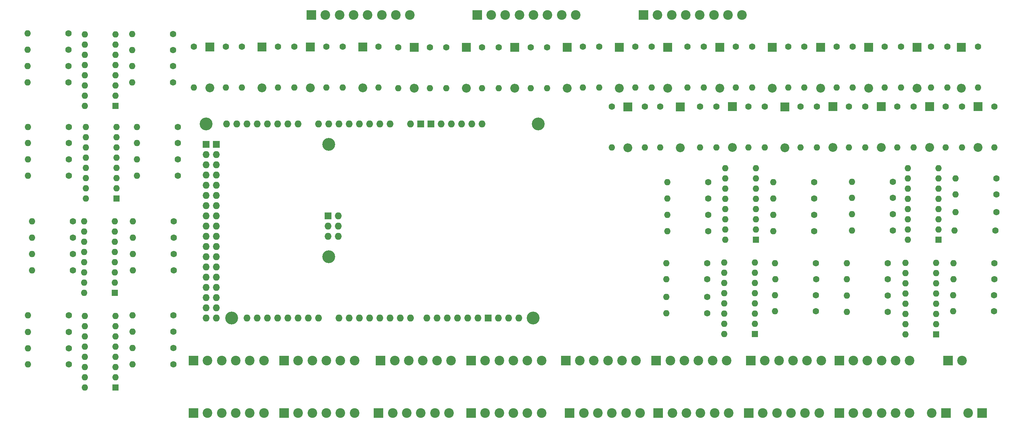
<source format=gbr>
%TF.GenerationSoftware,KiCad,Pcbnew,7.0.10*%
%TF.CreationDate,2024-02-14T14:15:43+07:00*%
%TF.ProjectId,Arduino_IO_Board,41726475-696e-46f5-9f49-4f5f426f6172,rev?*%
%TF.SameCoordinates,Original*%
%TF.FileFunction,Soldermask,Bot*%
%TF.FilePolarity,Negative*%
%FSLAX46Y46*%
G04 Gerber Fmt 4.6, Leading zero omitted, Abs format (unit mm)*
G04 Created by KiCad (PCBNEW 7.0.10) date 2024-02-14 14:15:43*
%MOMM*%
%LPD*%
G01*
G04 APERTURE LIST*
%ADD10R,2.200000X2.200000*%
%ADD11O,2.200000X2.200000*%
%ADD12C,1.600000*%
%ADD13O,1.600000X1.600000*%
%ADD14R,1.600000X1.600000*%
%ADD15R,2.400000X2.400000*%
%ADD16C,2.400000*%
%ADD17C,3.200000*%
%ADD18O,1.727200X1.727200*%
%ADD19R,1.727200X1.727200*%
G04 APERTURE END LIST*
D10*
%TO.C,D7*%
X187838000Y-31074000D03*
D11*
X187838000Y-41234000D03*
%TD*%
D12*
%TO.C,R73*%
X224260000Y-76785000D03*
D13*
X214100000Y-76785000D03*
%TD*%
D12*
%TO.C,R47*%
X78000000Y-30920000D03*
D13*
X78000000Y-41080000D03*
%TD*%
D12*
%TO.C,R32*%
X224950000Y-45840000D03*
D13*
X224950000Y-56000000D03*
%TD*%
D12*
%TO.C,R86*%
X65000000Y-105845000D03*
D13*
X54840000Y-105845000D03*
%TD*%
D12*
%TO.C,R56*%
X243800000Y-64485000D03*
D13*
X233640000Y-64485000D03*
%TD*%
D12*
%TO.C,R49*%
X269560000Y-63635000D03*
D13*
X259400000Y-63635000D03*
%TD*%
D10*
%TO.C,D6*%
X200838000Y-31074000D03*
D11*
X200838000Y-41234000D03*
%TD*%
D12*
%TO.C,R107*%
X39000000Y-54900000D03*
D13*
X28840000Y-54900000D03*
%TD*%
D12*
%TO.C,R106*%
X39000000Y-58950000D03*
D13*
X28840000Y-58950000D03*
%TD*%
D12*
%TO.C,R48*%
X70050000Y-30920000D03*
D13*
X70050000Y-41080000D03*
%TD*%
D12*
%TO.C,R55*%
X243800000Y-68535000D03*
D13*
X233640000Y-68535000D03*
%TD*%
D12*
%TO.C,R25*%
X269000000Y-45840000D03*
D13*
X269000000Y-56000000D03*
%TD*%
D12*
%TO.C,R31*%
X232900000Y-45840000D03*
D13*
X232900000Y-56000000D03*
%TD*%
D12*
%TO.C,R98*%
X66080000Y-58950000D03*
D13*
X55920000Y-58950000D03*
%TD*%
D14*
%TO.C,U4*%
X209800000Y-78875000D03*
D13*
X209800000Y-76335000D03*
X209800000Y-73795000D03*
X209800000Y-71255000D03*
X209800000Y-68715000D03*
X209800000Y-66175000D03*
X209800000Y-63635000D03*
X209800000Y-61095000D03*
X202180000Y-61095000D03*
X202180000Y-63635000D03*
X202180000Y-66175000D03*
X202180000Y-68715000D03*
X202180000Y-71255000D03*
X202180000Y-73795000D03*
X202180000Y-76335000D03*
X202180000Y-78875000D03*
%TD*%
D12*
%TO.C,R90*%
X40000000Y-82465000D03*
D13*
X29840000Y-82465000D03*
%TD*%
D12*
%TO.C,R80*%
X197880000Y-64635000D03*
D13*
X187720000Y-64635000D03*
%TD*%
D15*
%TO.C,J8*%
X230500000Y-109000000D03*
D16*
X234000000Y-109000000D03*
X237500000Y-109000000D03*
X241000000Y-109000000D03*
X244500000Y-109000000D03*
X248000000Y-109000000D03*
%TD*%
D12*
%TO.C,R87*%
X65000000Y-101795000D03*
D13*
X54840000Y-101795000D03*
%TD*%
D12*
%TO.C,R108*%
X39000000Y-50850000D03*
D13*
X28840000Y-50850000D03*
%TD*%
D12*
%TO.C,R40*%
X173950000Y-45840000D03*
D13*
X173950000Y-56000000D03*
%TD*%
D15*
%TO.C,J19*%
X70000000Y-122000000D03*
D16*
X73500000Y-122000000D03*
X77000000Y-122000000D03*
X80500000Y-122000000D03*
X84000000Y-122000000D03*
X87500000Y-122000000D03*
%TD*%
D10*
%TO.C,D9*%
X162838000Y-31074000D03*
D11*
X162838000Y-41234000D03*
%TD*%
D12*
%TO.C,R72*%
X242560000Y-84715000D03*
D13*
X232400000Y-84715000D03*
%TD*%
D12*
%TO.C,R54*%
X243800000Y-72585000D03*
D13*
X233640000Y-72585000D03*
%TD*%
D15*
%TO.C,J22*%
X257500000Y-109000000D03*
D16*
X261000000Y-109000000D03*
%TD*%
D12*
%TO.C,R24*%
X120838000Y-31074000D03*
D13*
X120838000Y-41234000D03*
%TD*%
D12*
%TO.C,R6*%
X233838000Y-30920000D03*
D13*
X233838000Y-41080000D03*
%TD*%
D12*
%TO.C,R11*%
X204788000Y-30920000D03*
D13*
X204788000Y-41080000D03*
%TD*%
D12*
%TO.C,R3*%
X253288000Y-30920000D03*
D13*
X253288000Y-41080000D03*
%TD*%
D12*
%TO.C,R35*%
X207900000Y-45840000D03*
D13*
X207900000Y-56000000D03*
%TD*%
D12*
%TO.C,R103*%
X64920000Y-31770000D03*
D13*
X54760000Y-31770000D03*
%TD*%
D12*
%TO.C,R51*%
X269560000Y-72075000D03*
D13*
X259400000Y-72075000D03*
%TD*%
D12*
%TO.C,R74*%
X224260000Y-72735000D03*
D13*
X214100000Y-72735000D03*
%TD*%
D15*
%TO.C,J21*%
X266000000Y-122000000D03*
D16*
X262500000Y-122000000D03*
%TD*%
D15*
%TO.C,J13*%
X163500000Y-122000000D03*
D16*
X167000000Y-122000000D03*
X170500000Y-122000000D03*
X174000000Y-122000000D03*
X177500000Y-122000000D03*
X181000000Y-122000000D03*
%TD*%
D10*
%TO.C,D19*%
X190950000Y-45920000D03*
D11*
X190950000Y-56080000D03*
%TD*%
D10*
%TO.C,D4*%
X225838000Y-31074000D03*
D11*
X225838000Y-41234000D03*
%TD*%
D12*
%TO.C,R50*%
X269560000Y-67635000D03*
D13*
X259400000Y-67635000D03*
%TD*%
D12*
%TO.C,R44*%
X95050000Y-30920000D03*
D13*
X95050000Y-41080000D03*
%TD*%
D12*
%TO.C,R19*%
X153788000Y-31074000D03*
D13*
X153788000Y-41234000D03*
%TD*%
D12*
%TO.C,R58*%
X224720000Y-88715000D03*
D13*
X214560000Y-88715000D03*
%TD*%
D15*
%TO.C,J5*%
X116500000Y-109000000D03*
D16*
X120000000Y-109000000D03*
X123500000Y-109000000D03*
X127000000Y-109000000D03*
X130500000Y-109000000D03*
X134000000Y-109000000D03*
%TD*%
D12*
%TO.C,R76*%
X224260000Y-64635000D03*
D13*
X214100000Y-64635000D03*
%TD*%
D12*
%TO.C,R42*%
X107050000Y-30920000D03*
D13*
X107050000Y-41080000D03*
%TD*%
D10*
%TO.C,D21*%
X112050000Y-31000000D03*
D11*
X112050000Y-41160000D03*
%TD*%
D10*
%TO.C,D3*%
X237838000Y-31074000D03*
D11*
X237838000Y-41234000D03*
%TD*%
D10*
%TO.C,D12*%
X124838000Y-31074000D03*
D11*
X124838000Y-41234000D03*
%TD*%
D15*
%TO.C,J4*%
X139000000Y-109000000D03*
D16*
X142500000Y-109000000D03*
X146000000Y-109000000D03*
X149500000Y-109000000D03*
X153000000Y-109000000D03*
X156500000Y-109000000D03*
%TD*%
D12*
%TO.C,R46*%
X82050000Y-30920000D03*
D13*
X82050000Y-41080000D03*
%TD*%
D10*
%TO.C,D22*%
X99050000Y-31000000D03*
D11*
X99050000Y-41160000D03*
%TD*%
D12*
%TO.C,R96*%
X39000000Y-97745000D03*
D13*
X28840000Y-97745000D03*
%TD*%
D12*
%TO.C,R89*%
X40000000Y-86515000D03*
D13*
X29840000Y-86515000D03*
%TD*%
D12*
%TO.C,R71*%
X242560000Y-88765000D03*
D13*
X232400000Y-88765000D03*
%TD*%
D15*
%TO.C,J3*%
X99272000Y-23000000D03*
D16*
X102772000Y-23000000D03*
X106272000Y-23000000D03*
X109772000Y-23000000D03*
X113272000Y-23000000D03*
X116772000Y-23000000D03*
X120272000Y-23000000D03*
X123772000Y-23000000D03*
%TD*%
D12*
%TO.C,R14*%
X183838000Y-30920000D03*
D13*
X183838000Y-41080000D03*
%TD*%
D15*
%TO.C,J12*%
X185500000Y-122000000D03*
D16*
X189000000Y-122000000D03*
X192500000Y-122000000D03*
X196000000Y-122000000D03*
X199500000Y-122000000D03*
X203000000Y-122000000D03*
%TD*%
D17*
%TO.C,A1*%
X155657000Y-50140000D03*
X154387000Y-98400000D03*
D18*
X141687000Y-50140000D03*
D17*
X103587000Y-83160000D03*
X103587000Y-55220000D03*
X79457000Y-98400000D03*
X73107000Y-50140000D03*
D18*
X134067000Y-50140000D03*
X131527000Y-50140000D03*
X103460000Y-78080000D03*
X75647000Y-98400000D03*
X73107000Y-98400000D03*
X118827000Y-50140000D03*
X116287000Y-50140000D03*
X113747000Y-50140000D03*
X111207000Y-50140000D03*
X108667000Y-50140000D03*
X106127000Y-50140000D03*
X103587000Y-50140000D03*
X101047000Y-50140000D03*
X95967000Y-50140000D03*
X93427000Y-50140000D03*
X90887000Y-50140000D03*
X88347000Y-50140000D03*
X85807000Y-50140000D03*
X83267000Y-50140000D03*
X80727000Y-50140000D03*
X78187000Y-50140000D03*
X145751000Y-98400000D03*
X106127000Y-98400000D03*
X108667000Y-98400000D03*
X111207000Y-98400000D03*
X113747000Y-98400000D03*
X116287000Y-98400000D03*
X118827000Y-98400000D03*
X121367000Y-98400000D03*
X123907000Y-98400000D03*
X127971000Y-98400000D03*
X130511000Y-98400000D03*
X133051000Y-98400000D03*
X135591000Y-98400000D03*
X138131000Y-98400000D03*
X140671000Y-98400000D03*
X101047000Y-98400000D03*
X98507000Y-98400000D03*
X95967000Y-98400000D03*
X93427000Y-98400000D03*
X90887000Y-98400000D03*
X88347000Y-98400000D03*
X85807000Y-98400000D03*
X83267000Y-98400000D03*
X75647000Y-95860000D03*
X73107000Y-95860000D03*
X75647000Y-93320000D03*
X73107000Y-93320000D03*
X75647000Y-90780000D03*
X73107000Y-90780000D03*
X75647000Y-88240000D03*
X73107000Y-88240000D03*
X75647000Y-85700000D03*
X73107000Y-85700000D03*
X75647000Y-83160000D03*
X73107000Y-83160000D03*
X75647000Y-80620000D03*
X73107000Y-80620000D03*
X75647000Y-78080000D03*
X73107000Y-78080000D03*
X75647000Y-75540000D03*
X73107000Y-75540000D03*
X75647000Y-73000000D03*
X73107000Y-73000000D03*
X75647000Y-70460000D03*
X73107000Y-70460000D03*
X75647000Y-67920000D03*
X73107000Y-67920000D03*
X75647000Y-65380000D03*
X73107000Y-65380000D03*
X75647000Y-62840000D03*
X73107000Y-62840000D03*
X75647000Y-60300000D03*
X73107000Y-60300000D03*
X75647000Y-57760000D03*
X73107000Y-57760000D03*
D19*
X143211000Y-98400000D03*
X128987000Y-50140000D03*
X126447000Y-50140000D03*
X103460000Y-73000000D03*
X75647000Y-55220000D03*
X73107000Y-55220000D03*
D18*
X139147000Y-50140000D03*
X106000000Y-78080000D03*
X103460000Y-75540000D03*
X136607000Y-50140000D03*
X106000000Y-73000000D03*
X106000000Y-75540000D03*
X150831000Y-98400000D03*
X148291000Y-98400000D03*
X123907000Y-50140000D03*
%TD*%
D12*
%TO.C,R100*%
X66080000Y-50850000D03*
D13*
X55920000Y-50850000D03*
%TD*%
D12*
%TO.C,R13*%
X192788000Y-30920000D03*
D13*
X192788000Y-41080000D03*
%TD*%
D10*
%TO.C,D2*%
X249838000Y-31074000D03*
D11*
X249838000Y-41234000D03*
%TD*%
D12*
%TO.C,R43*%
X103000000Y-30920000D03*
D13*
X103000000Y-41080000D03*
%TD*%
D12*
%TO.C,R18*%
X157838000Y-31074000D03*
D13*
X157838000Y-41234000D03*
%TD*%
D12*
%TO.C,R38*%
X185950000Y-45840000D03*
D13*
X185950000Y-56000000D03*
%TD*%
D12*
%TO.C,R67*%
X268940000Y-92715000D03*
D13*
X258780000Y-92715000D03*
%TD*%
D12*
%TO.C,R75*%
X224260000Y-68685000D03*
D13*
X214100000Y-68685000D03*
%TD*%
D15*
%TO.C,J2*%
X140500000Y-23000000D03*
D16*
X144000000Y-23000000D03*
X147500000Y-23000000D03*
X151000000Y-23000000D03*
X154500000Y-23000000D03*
X158000000Y-23000000D03*
X161500000Y-23000000D03*
X165000000Y-23000000D03*
%TD*%
D12*
%TO.C,R52*%
X269260000Y-76635000D03*
D13*
X259100000Y-76635000D03*
%TD*%
D12*
%TO.C,R37*%
X195900000Y-45840000D03*
D13*
X195900000Y-56000000D03*
%TD*%
D12*
%TO.C,R84*%
X65080000Y-74365000D03*
D13*
X54920000Y-74365000D03*
%TD*%
D12*
%TO.C,R10*%
X208838000Y-30920000D03*
D13*
X208838000Y-41080000D03*
%TD*%
D14*
%TO.C,U5*%
X50460000Y-92145000D03*
D13*
X50460000Y-89605000D03*
X50460000Y-87065000D03*
X50460000Y-84525000D03*
X50460000Y-81985000D03*
X50460000Y-79445000D03*
X50460000Y-76905000D03*
X50460000Y-74365000D03*
X42840000Y-74365000D03*
X42840000Y-76905000D03*
X42840000Y-79445000D03*
X42840000Y-81985000D03*
X42840000Y-84525000D03*
X42840000Y-87065000D03*
X42840000Y-89605000D03*
X42840000Y-92145000D03*
%TD*%
D12*
%TO.C,R29*%
X244900000Y-45840000D03*
D13*
X244900000Y-56000000D03*
%TD*%
D12*
%TO.C,R20*%
X145838000Y-31074000D03*
D13*
X145838000Y-41234000D03*
%TD*%
D12*
%TO.C,R81*%
X65080000Y-86515000D03*
D13*
X54920000Y-86515000D03*
%TD*%
D15*
%TO.C,J9*%
X208500000Y-109000000D03*
D16*
X212000000Y-109000000D03*
X215500000Y-109000000D03*
X219000000Y-109000000D03*
X222500000Y-109000000D03*
X226000000Y-109000000D03*
%TD*%
D12*
%TO.C,R34*%
X211950000Y-45840000D03*
D13*
X211950000Y-56000000D03*
%TD*%
D12*
%TO.C,R85*%
X65000000Y-109895000D03*
D13*
X54840000Y-109895000D03*
%TD*%
D12*
%TO.C,R78*%
X197880000Y-72735000D03*
D13*
X187720000Y-72735000D03*
%TD*%
D12*
%TO.C,R5*%
X241788000Y-30920000D03*
D13*
X241788000Y-41080000D03*
%TD*%
D12*
%TO.C,R70*%
X242560000Y-92815000D03*
D13*
X232400000Y-92815000D03*
%TD*%
D12*
%TO.C,R22*%
X132838000Y-31074000D03*
D13*
X132838000Y-41234000D03*
%TD*%
D12*
%TO.C,R110*%
X38920000Y-35720000D03*
D13*
X28760000Y-35720000D03*
%TD*%
D14*
%TO.C,U7*%
X50840000Y-68630000D03*
D13*
X50840000Y-66090000D03*
X50840000Y-63550000D03*
X50840000Y-61010000D03*
X50840000Y-58470000D03*
X50840000Y-55930000D03*
X50840000Y-53390000D03*
X50840000Y-50850000D03*
X43220000Y-50850000D03*
X43220000Y-53390000D03*
X43220000Y-55930000D03*
X43220000Y-58470000D03*
X43220000Y-61010000D03*
X43220000Y-63550000D03*
X43220000Y-66090000D03*
X43220000Y-68630000D03*
%TD*%
D12*
%TO.C,R17*%
X166788000Y-30920000D03*
D13*
X166788000Y-41080000D03*
%TD*%
D10*
%TO.C,D23*%
X87050000Y-31000000D03*
D11*
X87050000Y-41160000D03*
%TD*%
D12*
%TO.C,R62*%
X197640000Y-93135000D03*
D13*
X187480000Y-93135000D03*
%TD*%
D12*
%TO.C,R91*%
X40000000Y-78415000D03*
D13*
X29840000Y-78415000D03*
%TD*%
D15*
%TO.C,J11*%
X70000000Y-109000000D03*
D16*
X73500000Y-109000000D03*
X77000000Y-109000000D03*
X80500000Y-109000000D03*
X84000000Y-109000000D03*
X87500000Y-109000000D03*
%TD*%
D15*
%TO.C,J10*%
X92500000Y-109000000D03*
D16*
X96000000Y-109000000D03*
X99500000Y-109000000D03*
X103000000Y-109000000D03*
X106500000Y-109000000D03*
X110000000Y-109000000D03*
%TD*%
D12*
%TO.C,R92*%
X40000000Y-74365000D03*
D13*
X29840000Y-74365000D03*
%TD*%
D14*
%TO.C,U3*%
X254560000Y-102415000D03*
D13*
X254560000Y-99875000D03*
X254560000Y-97335000D03*
X254560000Y-94795000D03*
X254560000Y-92255000D03*
X254560000Y-89715000D03*
X254560000Y-87175000D03*
X254560000Y-84635000D03*
X246940000Y-84635000D03*
X246940000Y-87175000D03*
X246940000Y-89715000D03*
X246940000Y-92255000D03*
X246940000Y-94795000D03*
X246940000Y-97335000D03*
X246940000Y-99875000D03*
X246940000Y-102415000D03*
%TD*%
D15*
%TO.C,J20*%
X257000000Y-122000000D03*
D16*
X253500000Y-122000000D03*
%TD*%
D12*
%TO.C,R45*%
X91000000Y-30920000D03*
D13*
X91000000Y-41080000D03*
%TD*%
D12*
%TO.C,R104*%
X64920000Y-27770000D03*
D13*
X54760000Y-27770000D03*
%TD*%
D14*
%TO.C,U2*%
X209560000Y-102335000D03*
D13*
X209560000Y-99795000D03*
X209560000Y-97255000D03*
X209560000Y-94715000D03*
X209560000Y-92175000D03*
X209560000Y-89635000D03*
X209560000Y-87095000D03*
X209560000Y-84555000D03*
X201940000Y-84555000D03*
X201940000Y-87095000D03*
X201940000Y-89635000D03*
X201940000Y-92175000D03*
X201940000Y-94715000D03*
X201940000Y-97255000D03*
X201940000Y-99795000D03*
X201940000Y-102335000D03*
%TD*%
D12*
%TO.C,R41*%
X116000000Y-30920000D03*
D13*
X116000000Y-41080000D03*
%TD*%
D10*
%TO.C,D1*%
X260838000Y-31074000D03*
D11*
X260838000Y-41234000D03*
%TD*%
D12*
%TO.C,R83*%
X65080000Y-78415000D03*
D13*
X54920000Y-78415000D03*
%TD*%
D12*
%TO.C,R12*%
X196838000Y-30920000D03*
D13*
X196838000Y-41080000D03*
%TD*%
D15*
%TO.C,J1*%
X181822000Y-23000000D03*
D16*
X185322000Y-23000000D03*
X188822000Y-23000000D03*
X192322000Y-23000000D03*
X195822000Y-23000000D03*
X199322000Y-23000000D03*
X202822000Y-23000000D03*
X206322000Y-23000000D03*
%TD*%
D12*
%TO.C,R63*%
X197640000Y-88765000D03*
D13*
X187480000Y-88765000D03*
%TD*%
D12*
%TO.C,R57*%
X224640000Y-84715000D03*
D13*
X214480000Y-84715000D03*
%TD*%
D12*
%TO.C,R94*%
X39000000Y-105895000D03*
D13*
X28840000Y-105895000D03*
%TD*%
D14*
%TO.C,U6*%
X50640000Y-115620000D03*
D13*
X50640000Y-113080000D03*
X50640000Y-110540000D03*
X50640000Y-108000000D03*
X50640000Y-105460000D03*
X50640000Y-102920000D03*
X50640000Y-100380000D03*
X50640000Y-97840000D03*
X43020000Y-97840000D03*
X43020000Y-100380000D03*
X43020000Y-102920000D03*
X43020000Y-105460000D03*
X43020000Y-108000000D03*
X43020000Y-110540000D03*
X43020000Y-113080000D03*
X43020000Y-115620000D03*
%TD*%
D12*
%TO.C,R2*%
X257338000Y-30920000D03*
D13*
X257338000Y-41080000D03*
%TD*%
D14*
%TO.C,U1*%
X255180000Y-78955000D03*
D13*
X255180000Y-76415000D03*
X255180000Y-73875000D03*
X255180000Y-71335000D03*
X255180000Y-68795000D03*
X255180000Y-66255000D03*
X255180000Y-63715000D03*
X255180000Y-61175000D03*
X247560000Y-61175000D03*
X247560000Y-63715000D03*
X247560000Y-66255000D03*
X247560000Y-68795000D03*
X247560000Y-71335000D03*
X247560000Y-73875000D03*
X247560000Y-76415000D03*
X247560000Y-78955000D03*
%TD*%
D15*
%TO.C,J7*%
X162500000Y-109000000D03*
D16*
X166000000Y-109000000D03*
X169500000Y-109000000D03*
X173000000Y-109000000D03*
X176500000Y-109000000D03*
X180000000Y-109000000D03*
%TD*%
D12*
%TO.C,R33*%
X220900000Y-45840000D03*
D13*
X220900000Y-56000000D03*
%TD*%
D15*
%TO.C,J16*%
X139000000Y-122000000D03*
D16*
X142500000Y-122000000D03*
X146000000Y-122000000D03*
X149500000Y-122000000D03*
X153000000Y-122000000D03*
X156500000Y-122000000D03*
%TD*%
D12*
%TO.C,R64*%
X197640000Y-84715000D03*
D13*
X187480000Y-84715000D03*
%TD*%
D12*
%TO.C,R66*%
X269020000Y-88715000D03*
D13*
X258860000Y-88715000D03*
%TD*%
D15*
%TO.C,J14*%
X230500000Y-122000000D03*
D16*
X234000000Y-122000000D03*
X237500000Y-122000000D03*
X241000000Y-122000000D03*
X244500000Y-122000000D03*
X248000000Y-122000000D03*
%TD*%
D12*
%TO.C,R53*%
X243800000Y-76635000D03*
D13*
X233640000Y-76635000D03*
%TD*%
D15*
%TO.C,J6*%
X185000000Y-109000000D03*
D16*
X188500000Y-109000000D03*
X192000000Y-109000000D03*
X195500000Y-109000000D03*
X199000000Y-109000000D03*
X202500000Y-109000000D03*
%TD*%
D12*
%TO.C,R60*%
X224640000Y-96715000D03*
D13*
X214480000Y-96715000D03*
%TD*%
D10*
%TO.C,D14*%
X252950000Y-45840000D03*
D11*
X252950000Y-56000000D03*
%TD*%
D12*
%TO.C,R23*%
X128788000Y-31074000D03*
D13*
X128788000Y-41234000D03*
%TD*%
D12*
%TO.C,R65*%
X269020000Y-84715000D03*
D13*
X258860000Y-84715000D03*
%TD*%
D12*
%TO.C,R97*%
X66080000Y-63000000D03*
D13*
X55920000Y-63000000D03*
%TD*%
D12*
%TO.C,R39*%
X182150000Y-45840000D03*
D13*
X182150000Y-56000000D03*
%TD*%
D12*
%TO.C,R69*%
X242560000Y-96865000D03*
D13*
X232400000Y-96865000D03*
%TD*%
D12*
%TO.C,R30*%
X236950000Y-45840000D03*
D13*
X236950000Y-56000000D03*
%TD*%
D12*
%TO.C,R112*%
X38920000Y-27620000D03*
D13*
X28760000Y-27620000D03*
%TD*%
D12*
%TO.C,R109*%
X38920000Y-39770000D03*
D13*
X28760000Y-39770000D03*
%TD*%
D10*
%TO.C,D10*%
X149838000Y-31074000D03*
D11*
X149838000Y-41234000D03*
%TD*%
D12*
%TO.C,R88*%
X65000000Y-97745000D03*
D13*
X54840000Y-97745000D03*
%TD*%
D10*
%TO.C,D18*%
X203950000Y-45840000D03*
D11*
X203950000Y-56000000D03*
%TD*%
D12*
%TO.C,R59*%
X224640000Y-92715000D03*
D13*
X214480000Y-92715000D03*
%TD*%
D10*
%TO.C,D5*%
X213838000Y-31074000D03*
D11*
X213838000Y-41234000D03*
%TD*%
D10*
%TO.C,D24*%
X74050000Y-31000000D03*
D11*
X74050000Y-41160000D03*
%TD*%
D12*
%TO.C,R7*%
X229838000Y-30920000D03*
D13*
X229838000Y-41080000D03*
%TD*%
D12*
%TO.C,R9*%
X217788000Y-30920000D03*
D13*
X217788000Y-41080000D03*
%TD*%
D12*
%TO.C,R21*%
X141668000Y-31074000D03*
D13*
X141668000Y-41234000D03*
%TD*%
D12*
%TO.C,R36*%
X199950000Y-45840000D03*
D13*
X199950000Y-56000000D03*
%TD*%
D12*
%TO.C,R105*%
X39000000Y-63000000D03*
D13*
X28840000Y-63000000D03*
%TD*%
D15*
%TO.C,J18*%
X92500000Y-122000000D03*
D16*
X96000000Y-122000000D03*
X99500000Y-122000000D03*
X103000000Y-122000000D03*
X106500000Y-122000000D03*
X110000000Y-122000000D03*
%TD*%
D10*
%TO.C,D8*%
X175838000Y-31074000D03*
D11*
X175838000Y-41234000D03*
%TD*%
D12*
%TO.C,R111*%
X38920000Y-31670000D03*
D13*
X28760000Y-31670000D03*
%TD*%
D12*
%TO.C,R8*%
X221838000Y-30920000D03*
D13*
X221838000Y-41080000D03*
%TD*%
D12*
%TO.C,R99*%
X66080000Y-54900000D03*
D13*
X55920000Y-54900000D03*
%TD*%
D12*
%TO.C,R68*%
X268940000Y-96715000D03*
D13*
X258780000Y-96715000D03*
%TD*%
D10*
%TO.C,D16*%
X228950000Y-45840000D03*
D11*
X228950000Y-56000000D03*
%TD*%
D10*
%TO.C,D20*%
X177950000Y-45920000D03*
D11*
X177950000Y-56080000D03*
%TD*%
D12*
%TO.C,R102*%
X64920000Y-35770000D03*
D13*
X54760000Y-35770000D03*
%TD*%
D12*
%TO.C,R101*%
X64920000Y-39770000D03*
D13*
X54760000Y-39770000D03*
%TD*%
D12*
%TO.C,R82*%
X65080000Y-82465000D03*
D13*
X54920000Y-82465000D03*
%TD*%
D15*
%TO.C,J17*%
X116000000Y-122000000D03*
D16*
X119500000Y-122000000D03*
X123000000Y-122000000D03*
X126500000Y-122000000D03*
X130000000Y-122000000D03*
X133500000Y-122000000D03*
%TD*%
D10*
%TO.C,D11*%
X137838000Y-31074000D03*
D11*
X137838000Y-41234000D03*
%TD*%
D14*
%TO.C,U8*%
X50640000Y-45645000D03*
D13*
X50640000Y-43105000D03*
X50640000Y-40565000D03*
X50640000Y-38025000D03*
X50640000Y-35485000D03*
X50640000Y-32945000D03*
X50640000Y-30405000D03*
X50640000Y-27865000D03*
X43020000Y-27865000D03*
X43020000Y-30405000D03*
X43020000Y-32945000D03*
X43020000Y-35485000D03*
X43020000Y-38025000D03*
X43020000Y-40565000D03*
X43020000Y-43105000D03*
X43020000Y-45645000D03*
%TD*%
D12*
%TO.C,R93*%
X39000000Y-109945000D03*
D13*
X28840000Y-109945000D03*
%TD*%
D12*
%TO.C,R77*%
X197880000Y-76785000D03*
D13*
X187720000Y-76785000D03*
%TD*%
D12*
%TO.C,R1*%
X265000000Y-30920000D03*
D13*
X265000000Y-41080000D03*
%TD*%
D12*
%TO.C,R27*%
X256950000Y-45840000D03*
D13*
X256950000Y-56000000D03*
%TD*%
D12*
%TO.C,R61*%
X197640000Y-97185000D03*
D13*
X187480000Y-97185000D03*
%TD*%
D12*
%TO.C,R95*%
X39000000Y-101845000D03*
D13*
X28840000Y-101845000D03*
%TD*%
D12*
%TO.C,R4*%
X245838000Y-30920000D03*
D13*
X245838000Y-41080000D03*
%TD*%
D10*
%TO.C,D15*%
X240950000Y-45840000D03*
D11*
X240950000Y-56000000D03*
%TD*%
D12*
%TO.C,R15*%
X179788000Y-30920000D03*
D13*
X179788000Y-41080000D03*
%TD*%
D12*
%TO.C,R79*%
X197880000Y-68685000D03*
D13*
X187720000Y-68685000D03*
%TD*%
D12*
%TO.C,R26*%
X261000000Y-45840000D03*
D13*
X261000000Y-56000000D03*
%TD*%
D10*
%TO.C,D17*%
X216950000Y-45920000D03*
D11*
X216950000Y-56080000D03*
%TD*%
D12*
%TO.C,R28*%
X248950000Y-45840000D03*
D13*
X248950000Y-56000000D03*
%TD*%
D10*
%TO.C,D13*%
X265000000Y-45840000D03*
D11*
X265000000Y-56000000D03*
%TD*%
D12*
%TO.C,R16*%
X170838000Y-30920000D03*
D13*
X170838000Y-41080000D03*
%TD*%
D15*
%TO.C,J15*%
X208000000Y-122000000D03*
D16*
X211500000Y-122000000D03*
X215000000Y-122000000D03*
X218500000Y-122000000D03*
X222000000Y-122000000D03*
X225500000Y-122000000D03*
%TD*%
M02*

</source>
